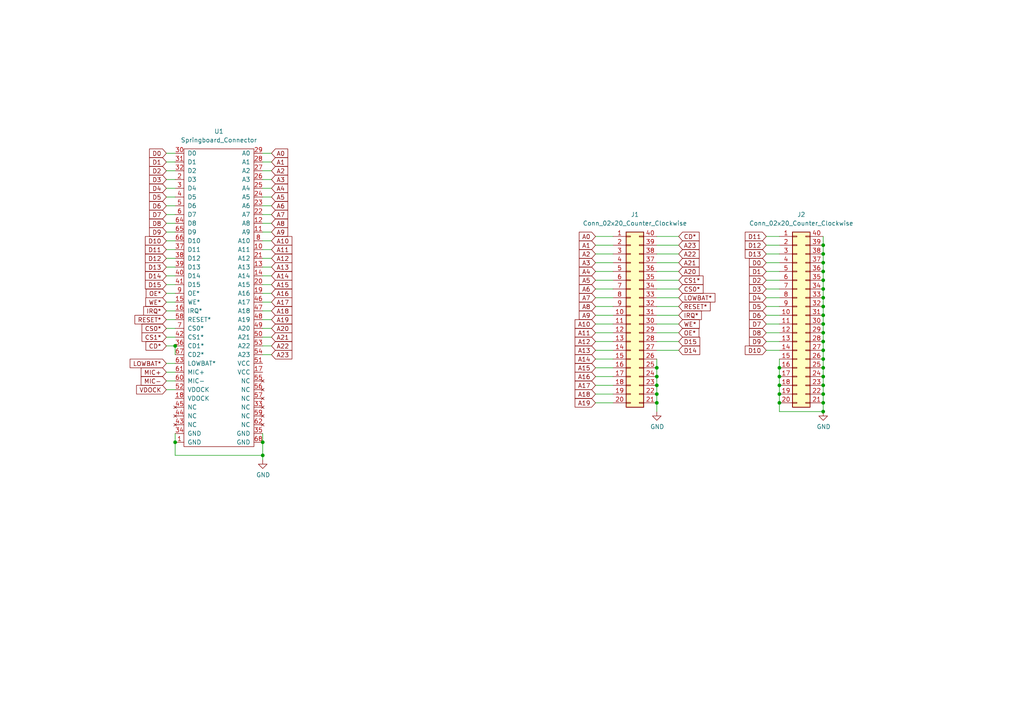
<source format=kicad_sch>
(kicad_sch (version 20211123) (generator eeschema)
  (paper "A4")
  (lib_symbols
    (symbol "Connector_Generic:Conn_02x20_Counter_Clockwise" (pin_names (offset 1.016) hide)
      (property "Reference" "J" (at 1.27 25.4 0))
      (property "Value" "Conn_02x20_Counter_Clockwise" (at 1.27 -27.94 0))
      (symbol "Conn_02x20_Counter_Clockwise_1_1"
        (rectangle (start -1.27 -25.273) (end 0 -25.527) (stroke (width 0.1524)))
        (rectangle (start -1.27 -22.733) (end 0 -22.987) (stroke (width 0.1524)))
        (rectangle (start -1.27 -20.193) (end 0 -20.447) (stroke (width 0.1524)))
        (rectangle (start -1.27 -17.653) (end 0 -17.907) (stroke (width 0.1524)))
        (rectangle (start -1.27 -15.113) (end 0 -15.367) (stroke (width 0.1524)))
        (rectangle (start -1.27 -12.573) (end 0 -12.827) (stroke (width 0.1524)))
        (rectangle (start -1.27 -10.033) (end 0 -10.287) (stroke (width 0.1524)))
        (rectangle (start -1.27 -7.493) (end 0 -7.747) (stroke (width 0.1524)))
        (rectangle (start -1.27 -4.953) (end 0 -5.207) (stroke (width 0.1524)))
        (rectangle (start -1.27 -2.413) (end 0 -2.667) (stroke (width 0.1524)))
        (rectangle (start -1.27 0.127) (end 0 -0.127) (stroke (width 0.1524)))
        (rectangle (start -1.27 2.667) (end 0 2.413) (stroke (width 0.1524)))
        (rectangle (start -1.27 5.207) (end 0 4.953) (stroke (width 0.1524)))
        (rectangle (start -1.27 7.747) (end 0 7.493) (stroke (width 0.1524)))
        (rectangle (start -1.27 10.287) (end 0 10.033) (stroke (width 0.1524)))
        (rectangle (start -1.27 12.827) (end 0 12.573) (stroke (width 0.1524)))
        (rectangle (start -1.27 15.367) (end 0 15.113) (stroke (width 0.1524)))
        (rectangle (start -1.27 17.907) (end 0 17.653) (stroke (width 0.1524)))
        (rectangle (start -1.27 20.447) (end 0 20.193) (stroke (width 0.1524)))
        (rectangle (start -1.27 22.987) (end 0 22.733) (stroke (width 0.1524)))
        (rectangle (start -1.27 24.13) (end 3.81 -26.67) (stroke (width 0.254)) (fill (type background)))
        (rectangle (start 3.81 -25.273) (end 2.54 -25.527) (stroke (width 0.1524)))
        (rectangle (start 3.81 -22.733) (end 2.54 -22.987) (stroke (width 0.1524)))
        (rectangle (start 3.81 -20.193) (end 2.54 -20.447) (stroke (width 0.1524)))
        (rectangle (start 3.81 -17.653) (end 2.54 -17.907) (stroke (width 0.1524)))
        (rectangle (start 3.81 -15.113) (end 2.54 -15.367) (stroke (width 0.1524)))
        (rectangle (start 3.81 -12.573) (end 2.54 -12.827) (stroke (width 0.1524)))
        (rectangle (start 3.81 -10.033) (end 2.54 -10.287) (stroke (width 0.1524)))
        (rectangle (start 3.81 -7.493) (end 2.54 -7.747) (stroke (width 0.1524)))
        (rectangle (start 3.81 -4.953) (end 2.54 -5.207) (stroke (width 0.1524)))
        (rectangle (start 3.81 -2.413) (end 2.54 -2.667) (stroke (width 0.1524)))
        (rectangle (start 3.81 0.127) (end 2.54 -0.127) (stroke (width 0.1524)))
        (rectangle (start 3.81 2.667) (end 2.54 2.413) (stroke (width 0.1524)))
        (rectangle (start 3.81 5.207) (end 2.54 4.953) (stroke (width 0.1524)))
        (rectangle (start 3.81 7.747) (end 2.54 7.493) (stroke (width 0.1524)))
        (rectangle (start 3.81 10.287) (end 2.54 10.033) (stroke (width 0.1524)))
        (rectangle (start 3.81 12.827) (end 2.54 12.573) (stroke (width 0.1524)))
        (rectangle (start 3.81 15.367) (end 2.54 15.113) (stroke (width 0.1524)))
        (rectangle (start 3.81 17.907) (end 2.54 17.653) (stroke (width 0.1524)))
        (rectangle (start 3.81 20.447) (end 2.54 20.193) (stroke (width 0.1524)))
        (rectangle (start 3.81 22.987) (end 2.54 22.733) (stroke (width 0.1524)))
        (pin passive line (at -5.08 22.86 0) (length 3.81) (name "Pin_1") (number "1"))
        (pin passive line (at -5.08 0 0) (length 3.81) (name "Pin_10") (number "10"))
        (pin passive line (at -5.08 -2.54 0) (length 3.81) (name "Pin_11") (number "11"))
        (pin passive line (at -5.08 -5.08 0) (length 3.81) (name "Pin_12") (number "12"))
        (pin passive line (at -5.08 -7.62 0) (length 3.81) (name "Pin_13") (number "13"))
        (pin passive line (at -5.08 -10.16 0) (length 3.81) (name "Pin_14") (number "14"))
        (pin passive line (at -5.08 -12.7 0) (length 3.81) (name "Pin_15") (number "15"))
        (pin passive line (at -5.08 -15.24 0) (length 3.81) (name "Pin_16") (number "16"))
        (pin passive line (at -5.08 -17.78 0) (length 3.81) (name "Pin_17") (number "17"))
        (pin passive line (at -5.08 -20.32 0) (length 3.81) (name "Pin_18") (number "18"))
        (pin passive line (at -5.08 -22.86 0) (length 3.81) (name "Pin_19") (number "19"))
        (pin passive line (at -5.08 20.32 0) (length 3.81) (name "Pin_2") (number "2"))
        (pin passive line (at -5.08 -25.4 0) (length 3.81) (name "Pin_20") (number "20"))
        (pin passive line (at 7.62 -25.4 180) (length 3.81) (name "Pin_21") (number "21"))
        (pin passive line (at 7.62 -22.86 180) (length 3.81) (name "Pin_22") (number "22"))
        (pin passive line (at 7.62 -20.32 180) (length 3.81) (name "Pin_23") (number "23"))
        (pin passive line (at 7.62 -17.78 180) (length 3.81) (name "Pin_24") (number "24"))
        (pin passive line (at 7.62 -15.24 180) (length 3.81) (name "Pin_25") (number "25"))
        (pin passive line (at 7.62 -12.7 180) (length 3.81) (name "Pin_26") (number "26"))
        (pin passive line (at 7.62 -10.16 180) (length 3.81) (name "Pin_27") (number "27"))
        (pin passive line (at 7.62 -7.62 180) (length 3.81) (name "Pin_28") (number "28"))
        (pin passive line (at 7.62 -5.08 180) (length 3.81) (name "Pin_29") (number "29"))
        (pin passive line (at -5.08 17.78 0) (length 3.81) (name "Pin_3") (number "3"))
        (pin passive line (at 7.62 -2.54 180) (length 3.81) (name "Pin_30") (number "30"))
        (pin passive line (at 7.62 0 180) (length 3.81) (name "Pin_31") (number "31"))
        (pin passive line (at 7.62 2.54 180) (length 3.81) (name "Pin_32") (number "32"))
        (pin passive line (at 7.62 5.08 180) (length 3.81) (name "Pin_33") (number "33"))
        (pin passive line (at 7.62 7.62 180) (length 3.81) (name "Pin_34") (number "34"))
        (pin passive line (at 7.62 10.16 180) (length 3.81) (name "Pin_35") (number "35"))
        (pin passive line (at 7.62 12.7 180) (length 3.81) (name "Pin_36") (number "36"))
        (pin passive line (at 7.62 15.24 180) (length 3.81) (name "Pin_37") (number "37"))
        (pin passive line (at 7.62 17.78 180) (length 3.81) (name "Pin_38") (number "38"))
        (pin passive line (at 7.62 20.32 180) (length 3.81) (name "Pin_39") (number "39"))
        (pin passive line (at -5.08 15.24 0) (length 3.81) (name "Pin_4") (number "4"))
        (pin passive line (at 7.62 22.86 180) (length 3.81) (name "Pin_40") (number "40"))
        (pin passive line (at -5.08 12.7 0) (length 3.81) (name "Pin_5") (number "5"))
        (pin passive line (at -5.08 10.16 0) (length 3.81) (name "Pin_6") (number "6"))
        (pin passive line (at -5.08 7.62 0) (length 3.81) (name "Pin_7") (number "7"))
        (pin passive line (at -5.08 5.08 0) (length 3.81) (name "Pin_8") (number "8"))
        (pin passive line (at -5.08 2.54 0) (length 3.81) (name "Pin_9") (number "9"))
      )
    )
    (symbol "Springboard_Dev:Springboard_Connector" (pin_names (offset 1.016))
      (property "Reference" "U" (at 0 1.27 0))
      (property "Value" "Springboard_Connector" (at 0 2.54 0))
      (symbol "Springboard_Connector_0_1"
        (rectangle (start -10.16 0) (end 10.16 -86.36))
      )
      (symbol "Springboard_Connector_1_1"
        (pin power_in line (at -12.7 -85.09 0) (length 2.54) (name "GND") (number "1"))
        (pin input line (at 12.7 -29.21 180) (length 2.54) (name "A11") (number "10"))
        (pin input line (at 12.7 -24.13 180) (length 2.54) (name "A9") (number "11"))
        (pin input line (at 12.7 -21.59 180) (length 2.54) (name "A8") (number "12"))
        (pin input line (at 12.7 -34.29 180) (length 2.54) (name "A13") (number "13"))
        (pin input line (at 12.7 -36.83 180) (length 2.54) (name "A14") (number "14"))
        (pin input line (at -12.7 -44.45 0) (length 2.54) (name "WE*") (number "15"))
        (pin output line (at -12.7 -46.99 0) (length 2.54) (name "IRQ*") (number "16"))
        (pin power_in line (at 12.7 -64.77 180) (length 2.54) (name "VCC") (number "17"))
        (pin power_in line (at -12.7 -72.39 0) (length 2.54) (name "VDOCK") (number "18"))
        (pin input line (at 12.7 -41.91 180) (length 2.54) (name "A16") (number "19"))
        (pin bidirectional line (at -12.7 -8.89 0) (length 2.54) (name "D3") (number "2"))
        (pin input line (at 12.7 -39.37 180) (length 2.54) (name "A15") (number "20"))
        (pin input line (at 12.7 -31.75 180) (length 2.54) (name "A12") (number "21"))
        (pin input line (at 12.7 -19.05 180) (length 2.54) (name "A7") (number "22"))
        (pin input line (at 12.7 -16.51 180) (length 2.54) (name "A6") (number "23"))
        (pin input line (at 12.7 -13.97 180) (length 2.54) (name "A5") (number "24"))
        (pin input line (at 12.7 -11.43 180) (length 2.54) (name "A4") (number "25"))
        (pin input line (at 12.7 -8.89 180) (length 2.54) (name "A3") (number "26"))
        (pin input line (at 12.7 -6.35 180) (length 2.54) (name "A2") (number "27"))
        (pin input line (at 12.7 -3.81 180) (length 2.54) (name "A1") (number "28"))
        (pin input line (at 12.7 -1.27 180) (length 2.54) (name "A0") (number "29"))
        (pin bidirectional line (at -12.7 -11.43 0) (length 2.54) (name "D4") (number "3"))
        (pin bidirectional line (at -12.7 -1.27 0) (length 2.54) (name "D0") (number "30"))
        (pin bidirectional line (at -12.7 -3.81 0) (length 2.54) (name "D1") (number "31"))
        (pin bidirectional line (at -12.7 -6.35 0) (length 2.54) (name "D2") (number "32"))
        (pin no_connect line (at 12.7 -74.93 180) (length 2.54) (name "NC") (number "33"))
        (pin power_in line (at -12.7 -82.55 0) (length 2.54) (name "GND") (number "34"))
        (pin power_in line (at 12.7 -82.55 180) (length 2.54) (name "GND") (number "35"))
        (pin output line (at -12.7 -57.15 0) (length 2.54) (name "CD1*") (number "36"))
        (pin bidirectional line (at -12.7 -29.21 0) (length 2.54) (name "D11") (number "37"))
        (pin bidirectional line (at -12.7 -31.75 0) (length 2.54) (name "D12") (number "38"))
        (pin bidirectional line (at -12.7 -34.29 0) (length 2.54) (name "D13") (number "39"))
        (pin bidirectional line (at -12.7 -13.97 0) (length 2.54) (name "D5") (number "4"))
        (pin bidirectional line (at -12.7 -36.83 0) (length 2.54) (name "D14") (number "40"))
        (pin bidirectional line (at -12.7 -39.37 0) (length 2.54) (name "D15") (number "41"))
        (pin input line (at -12.7 -54.61 0) (length 2.54) (name "CS1*") (number "42"))
        (pin no_connect line (at -12.7 -80.01 0) (length 2.54) (name "NC") (number "43"))
        (pin no_connect line (at -12.7 -77.47 0) (length 2.54) (name "NC") (number "44"))
        (pin no_connect line (at -12.7 -74.93 0) (length 2.54) (name "NC") (number "45"))
        (pin input line (at 12.7 -44.45 180) (length 2.54) (name "A17") (number "46"))
        (pin input line (at 12.7 -46.99 180) (length 2.54) (name "A18") (number "47"))
        (pin input line (at 12.7 -49.53 180) (length 2.54) (name "A19") (number "48"))
        (pin input line (at 12.7 -52.07 180) (length 2.54) (name "A20") (number "49"))
        (pin bidirectional line (at -12.7 -16.51 0) (length 2.54) (name "D6") (number "5"))
        (pin input line (at 12.7 -54.61 180) (length 2.54) (name "A21") (number "50"))
        (pin power_in line (at 12.7 -62.23 180) (length 2.54) (name "VCC") (number "51"))
        (pin power_in line (at -12.7 -69.85 0) (length 2.54) (name "VDOCK") (number "52"))
        (pin input line (at 12.7 -57.15 180) (length 2.54) (name "A22") (number "53"))
        (pin input line (at 12.7 -59.69 180) (length 2.54) (name "A23") (number "54"))
        (pin no_connect line (at 12.7 -67.31 180) (length 2.54) (name "NC") (number "55"))
        (pin no_connect line (at 12.7 -69.85 180) (length 2.54) (name "NC") (number "56"))
        (pin no_connect line (at 12.7 -72.39 180) (length 2.54) (name "NC") (number "57"))
        (pin input line (at -12.7 -49.53 0) (length 2.54) (name "RESET*") (number "58"))
        (pin no_connect line (at 12.7 -77.47 180) (length 2.54) (name "NC") (number "59"))
        (pin bidirectional line (at -12.7 -19.05 0) (length 2.54) (name "D7") (number "6"))
        (pin input line (at -12.7 -67.31 0) (length 2.54) (name "MIC-") (number "60"))
        (pin input line (at -12.7 -64.77 0) (length 2.54) (name "MIC+") (number "61"))
        (pin no_connect line (at 12.7 -80.01 180) (length 2.54) (name "NC") (number "62"))
        (pin input line (at -12.7 -62.23 0) (length 2.54) (name "LOWBAT*") (number "63"))
        (pin bidirectional line (at -12.7 -21.59 0) (length 2.54) (name "D8") (number "64"))
        (pin bidirectional line (at -12.7 -24.13 0) (length 2.54) (name "D9") (number "65"))
        (pin bidirectional line (at -12.7 -26.67 0) (length 2.54) (name "D10") (number "66"))
        (pin output line (at -12.7 -59.69 0) (length 2.54) (name "CD2*") (number "67"))
        (pin power_in line (at 12.7 -85.09 180) (length 2.54) (name "GND") (number "68"))
        (pin input line (at -12.7 -52.07 0) (length 2.54) (name "CS0*") (number "7"))
        (pin input line (at 12.7 -26.67 180) (length 2.54) (name "A10") (number "8"))
        (pin input line (at -12.7 -41.91 0) (length 2.54) (name "OE*") (number "9"))
      )
    )
    (symbol "power:GND" (power) (pin_names (offset 0))
      (property "Value" "GND" (at 0 -3.81 0))
      (symbol "GND_0_1"
        (polyline (pts (xy 0 0) (xy 0 -1.27) (xy 1.27 -1.27) (xy 0 -2.54) (xy -1.27 -1.27) (xy 0 -1.27)))
      )
      (symbol "GND_1_1"
        (pin power_in line (at 0 0 270) (length 0) hide (name "GND") (number "1"))
      )
    )
  )
  (junction (at 190.5 106.68))
  (junction (at 238.76 83.82))
  (junction (at 238.76 111.76))
  (junction (at 226.06 116.84))
  (junction (at 238.76 78.74))
  (junction (at 190.5 111.76))
  (junction (at 50.8 128.27))
  (junction (at 238.76 106.68))
  (junction (at 226.06 106.68))
  (junction (at 238.76 101.6))
  (junction (at 238.76 114.3))
  (junction (at 50.8 100.33))
  (junction (at 190.5 116.84))
  (junction (at 238.76 109.22))
  (junction (at 238.76 93.98))
  (junction (at 226.06 109.22))
  (junction (at 238.76 88.9))
  (junction (at 238.76 86.36))
  (junction (at 238.76 76.2))
  (junction (at 238.76 71.12))
  (junction (at 226.06 111.76))
  (junction (at 238.76 96.52))
  (junction (at 238.76 91.44))
  (junction (at 238.76 104.14))
  (junction (at 76.2 132.08))
  (junction (at 238.76 119.38))
  (junction (at 226.06 114.3))
  (junction (at 76.2 128.27))
  (junction (at 190.5 109.22))
  (junction (at 238.76 73.66))
  (junction (at 238.76 99.06))
  (junction (at 238.76 81.28))
  (junction (at 190.5 114.3))
  (junction (at 238.76 116.84))
  (wire (pts (xy 48.26 62.23) (xy 50.8 62.23)))
  (wire (pts (xy 76.2 132.08) (xy 50.8 132.08)))
  (wire (pts (xy 48.26 90.17) (xy 50.8 90.17)))
  (wire (pts (xy 222.25 83.82) (xy 226.06 83.82)))
  (wire (pts (xy 238.76 68.58) (xy 238.76 71.12)))
  (wire (pts (xy 172.72 111.76) (xy 177.8 111.76)))
  (wire (pts (xy 76.2 44.45) (xy 78.74 44.45)))
  (wire (pts (xy 222.25 99.06) (xy 226.06 99.06)))
  (wire (pts (xy 190.5 99.06) (xy 196.85 99.06)))
  (wire (pts (xy 222.25 78.74) (xy 226.06 78.74)))
  (wire (pts (xy 226.06 111.76) (xy 226.06 114.3)))
  (wire (pts (xy 226.06 109.22) (xy 226.06 111.76)))
  (wire (pts (xy 190.5 73.66) (xy 196.85 73.66)))
  (wire (pts (xy 172.72 109.22) (xy 177.8 109.22)))
  (wire (pts (xy 172.72 68.58) (xy 177.8 68.58)))
  (wire (pts (xy 48.26 105.41) (xy 50.8 105.41)))
  (wire (pts (xy 48.26 82.55) (xy 50.8 82.55)))
  (wire (pts (xy 48.26 92.71) (xy 50.8 92.71)))
  (wire (pts (xy 172.72 101.6) (xy 177.8 101.6)))
  (wire (pts (xy 238.76 83.82) (xy 238.76 86.36)))
  (wire (pts (xy 48.26 64.77) (xy 50.8 64.77)))
  (wire (pts (xy 238.76 71.12) (xy 238.76 73.66)))
  (wire (pts (xy 238.76 93.98) (xy 238.76 96.52)))
  (wire (pts (xy 76.2 72.39) (xy 78.74 72.39)))
  (wire (pts (xy 222.25 101.6) (xy 226.06 101.6)))
  (wire (pts (xy 76.2 97.79) (xy 78.74 97.79)))
  (wire (pts (xy 238.76 78.74) (xy 238.76 81.28)))
  (wire (pts (xy 238.76 109.22) (xy 238.76 111.76)))
  (wire (pts (xy 222.25 68.58) (xy 226.06 68.58)))
  (wire (pts (xy 76.2 67.31) (xy 78.74 67.31)))
  (wire (pts (xy 76.2 54.61) (xy 78.74 54.61)))
  (wire (pts (xy 238.76 111.76) (xy 238.76 114.3)))
  (wire (pts (xy 172.72 81.28) (xy 177.8 81.28)))
  (wire (pts (xy 190.5 88.9) (xy 196.85 88.9)))
  (wire (pts (xy 48.26 87.63) (xy 50.8 87.63)))
  (wire (pts (xy 190.5 111.76) (xy 190.5 114.3)))
  (wire (pts (xy 48.26 85.09) (xy 50.8 85.09)))
  (wire (pts (xy 48.26 57.15) (xy 50.8 57.15)))
  (wire (pts (xy 172.72 88.9) (xy 177.8 88.9)))
  (wire (pts (xy 48.26 44.45) (xy 50.8 44.45)))
  (wire (pts (xy 172.72 86.36) (xy 177.8 86.36)))
  (wire (pts (xy 76.2 77.47) (xy 78.74 77.47)))
  (wire (pts (xy 76.2 102.87) (xy 78.74 102.87)))
  (wire (pts (xy 172.72 114.3) (xy 177.8 114.3)))
  (wire (pts (xy 226.06 114.3) (xy 226.06 116.84)))
  (wire (pts (xy 76.2 82.55) (xy 78.74 82.55)))
  (wire (pts (xy 48.26 49.53) (xy 50.8 49.53)))
  (wire (pts (xy 190.5 104.14) (xy 190.5 106.68)))
  (wire (pts (xy 222.25 91.44) (xy 226.06 91.44)))
  (wire (pts (xy 238.76 104.14) (xy 238.76 106.68)))
  (wire (pts (xy 238.76 114.3) (xy 238.76 116.84)))
  (wire (pts (xy 190.5 114.3) (xy 190.5 116.84)))
  (wire (pts (xy 222.25 73.66) (xy 226.06 73.66)))
  (wire (pts (xy 222.25 76.2) (xy 226.06 76.2)))
  (wire (pts (xy 50.8 125.73) (xy 50.8 128.27)))
  (wire (pts (xy 226.06 116.84) (xy 226.06 119.38)))
  (wire (pts (xy 172.72 71.12) (xy 177.8 71.12)))
  (wire (pts (xy 76.2 87.63) (xy 78.74 87.63)))
  (wire (pts (xy 76.2 92.71) (xy 78.74 92.71)))
  (wire (pts (xy 172.72 93.98) (xy 177.8 93.98)))
  (wire (pts (xy 48.26 59.69) (xy 50.8 59.69)))
  (wire (pts (xy 50.8 100.33) (xy 50.8 102.87)))
  (wire (pts (xy 172.72 99.06) (xy 177.8 99.06)))
  (wire (pts (xy 48.26 69.85) (xy 50.8 69.85)))
  (wire (pts (xy 190.5 71.12) (xy 196.85 71.12)))
  (wire (pts (xy 76.2 64.77) (xy 78.74 64.77)))
  (wire (pts (xy 172.72 73.66) (xy 177.8 73.66)))
  (wire (pts (xy 48.26 74.93) (xy 50.8 74.93)))
  (wire (pts (xy 76.2 57.15) (xy 78.74 57.15)))
  (wire (pts (xy 190.5 81.28) (xy 196.85 81.28)))
  (wire (pts (xy 76.2 46.99) (xy 78.74 46.99)))
  (wire (pts (xy 226.06 104.14) (xy 226.06 106.68)))
  (wire (pts (xy 238.76 96.52) (xy 238.76 99.06)))
  (wire (pts (xy 190.5 109.22) (xy 190.5 111.76)))
  (wire (pts (xy 190.5 86.36) (xy 196.85 86.36)))
  (wire (pts (xy 190.5 106.68) (xy 190.5 109.22)))
  (wire (pts (xy 48.26 97.79) (xy 50.8 97.79)))
  (wire (pts (xy 226.06 106.68) (xy 226.06 109.22)))
  (wire (pts (xy 190.5 78.74) (xy 196.85 78.74)))
  (wire (pts (xy 76.2 132.08) (xy 76.2 133.35)))
  (wire (pts (xy 76.2 49.53) (xy 78.74 49.53)))
  (wire (pts (xy 76.2 90.17) (xy 78.74 90.17)))
  (wire (pts (xy 238.76 101.6) (xy 238.76 104.14)))
  (wire (pts (xy 190.5 96.52) (xy 196.85 96.52)))
  (wire (pts (xy 48.26 110.49) (xy 50.8 110.49)))
  (wire (pts (xy 238.76 99.06) (xy 238.76 101.6)))
  (wire (pts (xy 238.76 88.9) (xy 238.76 91.44)))
  (wire (pts (xy 76.2 52.07) (xy 78.74 52.07)))
  (wire (pts (xy 238.76 81.28) (xy 238.76 83.82)))
  (wire (pts (xy 76.2 95.25) (xy 78.74 95.25)))
  (wire (pts (xy 76.2 100.33) (xy 78.74 100.33)))
  (wire (pts (xy 222.25 93.98) (xy 226.06 93.98)))
  (wire (pts (xy 238.76 91.44) (xy 238.76 93.98)))
  (wire (pts (xy 238.76 73.66) (xy 238.76 76.2)))
  (wire (pts (xy 172.72 91.44) (xy 177.8 91.44)))
  (wire (pts (xy 222.25 71.12) (xy 226.06 71.12)))
  (wire (pts (xy 172.72 83.82) (xy 177.8 83.82)))
  (wire (pts (xy 222.25 88.9) (xy 226.06 88.9)))
  (wire (pts (xy 48.26 100.33) (xy 50.8 100.33)))
  (wire (pts (xy 76.2 128.27) (xy 76.2 132.08)))
  (wire (pts (xy 48.26 113.03) (xy 50.8 113.03)))
  (wire (pts (xy 48.26 107.95) (xy 50.8 107.95)))
  (wire (pts (xy 76.2 62.23) (xy 78.74 62.23)))
  (wire (pts (xy 238.76 86.36) (xy 238.76 88.9)))
  (wire (pts (xy 76.2 69.85) (xy 78.74 69.85)))
  (wire (pts (xy 190.5 68.58) (xy 196.85 68.58)))
  (wire (pts (xy 190.5 93.98) (xy 196.85 93.98)))
  (wire (pts (xy 190.5 76.2) (xy 196.85 76.2)))
  (wire (pts (xy 76.2 74.93) (xy 78.74 74.93)))
  (wire (pts (xy 222.25 81.28) (xy 226.06 81.28)))
  (wire (pts (xy 190.5 101.6) (xy 196.85 101.6)))
  (wire (pts (xy 48.26 54.61) (xy 50.8 54.61)))
  (wire (pts (xy 226.06 119.38) (xy 238.76 119.38)))
  (wire (pts (xy 50.8 132.08) (xy 50.8 128.27)))
  (wire (pts (xy 238.76 116.84) (xy 238.76 119.38)))
  (wire (pts (xy 190.5 83.82) (xy 196.85 83.82)))
  (wire (pts (xy 48.26 77.47) (xy 50.8 77.47)))
  (wire (pts (xy 238.76 106.68) (xy 238.76 109.22)))
  (wire (pts (xy 172.72 78.74) (xy 177.8 78.74)))
  (wire (pts (xy 190.5 116.84) (xy 190.5 119.38)))
  (wire (pts (xy 48.26 67.31) (xy 50.8 67.31)))
  (wire (pts (xy 172.72 96.52) (xy 177.8 96.52)))
  (wire (pts (xy 76.2 59.69) (xy 78.74 59.69)))
  (wire (pts (xy 222.25 96.52) (xy 226.06 96.52)))
  (wire (pts (xy 172.72 104.14) (xy 177.8 104.14)))
  (wire (pts (xy 48.26 52.07) (xy 50.8 52.07)))
  (wire (pts (xy 190.5 91.44) (xy 196.85 91.44)))
  (wire (pts (xy 48.26 80.01) (xy 50.8 80.01)))
  (wire (pts (xy 222.25 86.36) (xy 226.06 86.36)))
  (wire (pts (xy 172.72 76.2) (xy 177.8 76.2)))
  (wire (pts (xy 76.2 85.09) (xy 78.74 85.09)))
  (wire (pts (xy 172.72 116.84) (xy 177.8 116.84)))
  (wire (pts (xy 76.2 80.01) (xy 78.74 80.01)))
  (wire (pts (xy 76.2 125.73) (xy 76.2 128.27)))
  (wire (pts (xy 172.72 106.68) (xy 177.8 106.68)))
  (wire (pts (xy 238.76 76.2) (xy 238.76 78.74)))
  (wire (pts (xy 48.26 95.25) (xy 50.8 95.25)))
  (wire (pts (xy 48.26 46.99) (xy 50.8 46.99)))
  (wire (pts (xy 48.26 72.39) (xy 50.8 72.39)))
  (global_label "A3" (shape input) (at 78.74 52.07 0) (property "Intersheet References" "${INTERSHEET_REFS}" (effects hide)))
  (global_label "MIC+" (shape input) (at 48.26 107.95 180) (property "Intersheet References" "${INTERSHEET_REFS}" (effects hide)))
  (global_label "A20" (shape input) (at 196.85 78.74 0) (property "Intersheet References" "${INTERSHEET_REFS}" (effects hide)))
  (global_label "VDOCK" (shape input) (at 48.26 113.03 180) (property "Intersheet References" "${INTERSHEET_REFS}" (effects hide)))
  (global_label "A8" (shape input) (at 78.74 64.77 0) (property "Intersheet References" "${INTERSHEET_REFS}" (effects hide)))
  (global_label "A22" (shape input) (at 196.85 73.66 0) (property "Intersheet References" "${INTERSHEET_REFS}" (effects hide)))
  (global_label "A3" (shape input) (at 172.72 76.2 180) (property "Intersheet References" "${INTERSHEET_REFS}" (effects hide)))
  (global_label "A5" (shape input) (at 78.74 57.15 0) (property "Intersheet References" "${INTERSHEET_REFS}" (effects hide)))
  (global_label "D1" (shape input) (at 48.26 46.99 180) (property "Intersheet References" "${INTERSHEET_REFS}" (effects hide)))
  (global_label "D12" (shape input) (at 48.26 74.93 180) (property "Intersheet References" "${INTERSHEET_REFS}" (effects hide)))
  (global_label "A5" (shape input) (at 172.72 81.28 180) (property "Intersheet References" "${INTERSHEET_REFS}" (effects hide)))
  (global_label "OE*" (shape input) (at 48.26 85.09 180) (property "Intersheet References" "${INTERSHEET_REFS}" (effects hide)))
  (global_label "D10" (shape input) (at 48.26 69.85 180) (property "Intersheet References" "${INTERSHEET_REFS}" (effects hide)))
  (global_label "D12" (shape input) (at 222.25 71.12 180) (property "Intersheet References" "${INTERSHEET_REFS}" (effects hide)))
  (global_label "A14" (shape input) (at 78.74 80.01 0) (property "Intersheet References" "${INTERSHEET_REFS}" (effects hide)))
  (global_label "D14" (shape input) (at 48.26 80.01 180) (property "Intersheet References" "${INTERSHEET_REFS}" (effects hide)))
  (global_label "A22" (shape input) (at 78.74 100.33 0) (property "Intersheet References" "${INTERSHEET_REFS}" (effects hide)))
  (global_label "D3" (shape input) (at 48.26 52.07 180) (property "Intersheet References" "${INTERSHEET_REFS}" (effects hide)))
  (global_label "CD*" (shape input) (at 48.26 100.33 180) (property "Intersheet References" "${INTERSHEET_REFS}" (effects hide)))
  (global_label "D15" (shape input) (at 196.85 99.06 0) (property "Intersheet References" "${INTERSHEET_REFS}" (effects hide)))
  (global_label "OE*" (shape input) (at 196.85 96.52 0) (property "Intersheet References" "${INTERSHEET_REFS}" (effects hide)))
  (global_label "D8" (shape input) (at 222.25 96.52 180) (property "Intersheet References" "${INTERSHEET_REFS}" (effects hide)))
  (global_label "D3" (shape input) (at 222.25 83.82 180) (property "Intersheet References" "${INTERSHEET_REFS}" (effects hide)))
  (global_label "A16" (shape input) (at 172.72 109.22 180) (property "Intersheet References" "${INTERSHEET_REFS}" (effects hide)))
  (global_label "D15" (shape input) (at 48.26 82.55 180) (property "Intersheet References" "${INTERSHEET_REFS}" (effects hide)))
  (global_label "CD*" (shape input) (at 196.85 68.58 0) (property "Intersheet References" "${INTERSHEET_REFS}" (effects hide)))
  (global_label "A20" (shape input) (at 78.74 95.25 0) (property "Intersheet References" "${INTERSHEET_REFS}" (effects hide)))
  (global_label "A0" (shape input) (at 78.74 44.45 0) (property "Intersheet References" "${INTERSHEET_REFS}" (effects hide)))
  (global_label "IRQ*" (shape input) (at 196.85 91.44 0) (property "Intersheet References" "${INTERSHEET_REFS}" (effects hide)))
  (global_label "D9" (shape input) (at 222.25 99.06 180) (property "Intersheet References" "${INTERSHEET_REFS}" (effects hide)))
  (global_label "D1" (shape input) (at 222.25 78.74 180) (property "Intersheet References" "${INTERSHEET_REFS}" (effects hide)))
  (global_label "D6" (shape input) (at 48.26 59.69 180) (property "Intersheet References" "${INTERSHEET_REFS}" (effects hide)))
  (global_label "A17" (shape input) (at 78.74 87.63 0) (property "Intersheet References" "${INTERSHEET_REFS}" (effects hide)))
  (global_label "A12" (shape input) (at 172.72 99.06 180) (property "Intersheet References" "${INTERSHEET_REFS}" (effects hide)))
  (global_label "D11" (shape input) (at 222.25 68.58 180) (property "Intersheet References" "${INTERSHEET_REFS}" (effects hide)))
  (global_label "A7" (shape input) (at 78.74 62.23 0) (property "Intersheet References" "${INTERSHEET_REFS}" (effects hide)))
  (global_label "A9" (shape input) (at 78.74 67.31 0) (property "Intersheet References" "${INTERSHEET_REFS}" (effects hide)))
  (global_label "A23" (shape input) (at 196.85 71.12 0) (property "Intersheet References" "${INTERSHEET_REFS}" (effects hide)))
  (global_label "D5" (shape input) (at 222.25 88.9 180) (property "Intersheet References" "${INTERSHEET_REFS}" (effects hide)))
  (global_label "LOWBAT*" (shape input) (at 196.85 86.36 0) (property "Intersheet References" "${INTERSHEET_REFS}" (effects hide)))
  (global_label "A1" (shape input) (at 78.74 46.99 0) (property "Intersheet References" "${INTERSHEET_REFS}" (effects hide)))
  (global_label "A2" (shape input) (at 78.74 49.53 0) (property "Intersheet References" "${INTERSHEET_REFS}" (effects hide)))
  (global_label "IRQ*" (shape input) (at 48.26 90.17 180) (property "Intersheet References" "${INTERSHEET_REFS}" (effects hide)))
  (global_label "LOWBAT*" (shape input) (at 48.26 105.41 180) (property "Intersheet References" "${INTERSHEET_REFS}" (effects hide)))
  (global_label "A21" (shape input) (at 78.74 97.79 0) (property "Intersheet References" "${INTERSHEET_REFS}" (effects hide)))
  (global_label "A16" (shape input) (at 78.74 85.09 0) (property "Intersheet References" "${INTERSHEET_REFS}" (effects hide)))
  (global_label "A8" (shape input) (at 172.72 88.9 180) (property "Intersheet References" "${INTERSHEET_REFS}" (effects hide)))
  (global_label "A4" (shape input) (at 78.74 54.61 0) (property "Intersheet References" "${INTERSHEET_REFS}" (effects hide)))
  (global_label "D2" (shape input) (at 48.26 49.53 180) (property "Intersheet References" "${INTERSHEET_REFS}" (effects hide)))
  (global_label "D0" (shape input) (at 48.26 44.45 180) (property "Intersheet References" "${INTERSHEET_REFS}" (effects hide)))
  (global_label "A19" (shape input) (at 172.72 116.84 180) (property "Intersheet References" "${INTERSHEET_REFS}" (effects hide)))
  (global_label "A21" (shape input) (at 196.85 76.2 0) (property "Intersheet References" "${INTERSHEET_REFS}" (effects hide)))
  (global_label "CS0*" (shape input) (at 196.85 83.82 0) (property "Intersheet References" "${INTERSHEET_REFS}" (effects hide)))
  (global_label "CS1*" (shape input) (at 48.26 97.79 180) (property "Intersheet References" "${INTERSHEET_REFS}" (effects hide)))
  (global_label "D5" (shape input) (at 48.26 57.15 180) (property "Intersheet References" "${INTERSHEET_REFS}" (effects hide)))
  (global_label "RESET*" (shape input) (at 196.85 88.9 0) (property "Intersheet References" "${INTERSHEET_REFS}" (effects hide)))
  (global_label "D6" (shape input) (at 222.25 91.44 180) (property "Intersheet References" "${INTERSHEET_REFS}" (effects hide)))
  (global_label "D10" (shape input) (at 222.25 101.6 180) (property "Intersheet References" "${INTERSHEET_REFS}" (effects hide)))
  (global_label "D0" (shape input) (at 222.25 76.2 180) (property "Intersheet References" "${INTERSHEET_REFS}" (effects hide)))
  (global_label "MIC-" (shape input) (at 48.26 110.49 180) (property "Intersheet References" "${INTERSHEET_REFS}" (effects hide)))
  (global_label "D13" (shape input) (at 48.26 77.47 180) (property "Intersheet References" "${INTERSHEET_REFS}" (effects hide)))
  (global_label "WE*" (shape input) (at 48.26 87.63 180) (property "Intersheet References" "${INTERSHEET_REFS}" (effects hide)))
  (global_label "D11" (shape input) (at 48.26 72.39 180) (property "Intersheet References" "${INTERSHEET_REFS}" (effects hide)))
  (global_label "A15" (shape input) (at 172.72 106.68 180) (property "Intersheet References" "${INTERSHEET_REFS}" (effects hide)))
  (global_label "D9" (shape input) (at 48.26 67.31 180) (property "Intersheet References" "${INTERSHEET_REFS}" (effects hide)))
  (global_label "A18" (shape input) (at 172.72 114.3 180) (property "Intersheet References" "${INTERSHEET_REFS}" (effects hide)))
  (global_label "A13" (shape input) (at 78.74 77.47 0) (property "Intersheet References" "${INTERSHEET_REFS}" (effects hide)))
  (global_label "A2" (shape input) (at 172.72 73.66 180) (property "Intersheet References" "${INTERSHEET_REFS}" (effects hide)))
  (global_label "A11" (shape input) (at 78.74 72.39 0) (property "Intersheet References" "${INTERSHEET_REFS}" (effects hide)))
  (global_label "D4" (shape input) (at 48.26 54.61 180) (property "Intersheet References" "${INTERSHEET_REFS}" (effects hide)))
  (global_label "A14" (shape input) (at 172.72 104.14 180) (property "Intersheet References" "${INTERSHEET_REFS}" (effects hide)))
  (global_label "A10" (shape input) (at 78.74 69.85 0) (property "Intersheet References" "${INTERSHEET_REFS}" (effects hide)))
  (global_label "A15" (shape input) (at 78.74 82.55 0) (property "Intersheet References" "${INTERSHEET_REFS}" (effects hide)))
  (global_label "D4" (shape input) (at 222.25 86.36 180) (property "Intersheet References" "${INTERSHEET_REFS}" (effects hide)))
  (global_label "RESET*" (shape input) (at 48.26 92.71 180) (property "Intersheet References" "${INTERSHEET_REFS}" (effects hide)))
  (global_label "D7" (shape input) (at 222.25 93.98 180) (property "Intersheet References" "${INTERSHEET_REFS}" (effects hide)))
  (global_label "A11" (shape input) (at 172.72 96.52 180) (property "Intersheet References" "${INTERSHEET_REFS}" (effects hide)))
  (global_label "A7" (shape input) (at 172.72 86.36 180) (property "Intersheet References" "${INTERSHEET_REFS}" (effects hide)))
  (global_label "CS0*" (shape input) (at 48.26 95.25 180) (property "Intersheet References" "${INTERSHEET_REFS}" (effects hide)))
  (global_label "D13" (shape input) (at 222.25 73.66 180) (property "Intersheet References" "${INTERSHEET_REFS}" (effects hide)))
  (global_label "WE*" (shape input) (at 196.85 93.98 0) (property "Intersheet References" "${INTERSHEET_REFS}" (effects hide)))
  (global_label "A19" (shape input) (at 78.74 92.71 0) (property "Intersheet References" "${INTERSHEET_REFS}" (effects hide)))
  (global_label "A17" (shape input) (at 172.72 111.76 180) (property "Intersheet References" "${INTERSHEET_REFS}" (effects hide)))
  (global_label "A12" (shape input) (at 78.74 74.93 0) (property "Intersheet References" "${INTERSHEET_REFS}" (effects hide)))
  (global_label "A10" (shape input) (at 172.72 93.98 180) (property "Intersheet References" "${INTERSHEET_REFS}" (effects hide)))
  (global_label "A23" (shape input) (at 78.74 102.87 0) (property "Intersheet References" "${INTERSHEET_REFS}" (effects hide)))
  (global_label "A6" (shape input) (at 78.74 59.69 0) (property "Intersheet References" "${INTERSHEET_REFS}" (effects hide)))
  (global_label "D7" (shape input) (at 48.26 62.23 180) (property "Intersheet References" "${INTERSHEET_REFS}" (effects hide)))
  (global_label "D8" (shape input) (at 48.26 64.77 180) (property "Intersheet References" "${INTERSHEET_REFS}" (effects hide)))
  (global_label "CS1*" (shape input) (at 196.85 81.28 0) (property "Intersheet References" "${INTERSHEET_REFS}" (effects hide)))
  (global_label "A1" (shape input) (at 172.72 71.12 180) (property "Intersheet References" "${INTERSHEET_REFS}" (effects hide)))
  (global_label "A4" (shape input) (at 172.72 78.74 180) (property "Intersheet References" "${INTERSHEET_REFS}" (effects hide)))
  (global_label "D14" (shape input) (at 196.85 101.6 0) (property "Intersheet References" "${INTERSHEET_REFS}" (effects hide)))
  (global_label "A0" (shape input) (at 172.72 68.58 180) (property "Intersheet References" "${INTERSHEET_REFS}" (effects hide)))
  (global_label "A18" (shape input) (at 78.74 90.17 0) (property "Intersheet References" "${INTERSHEET_REFS}" (effects hide)))
  (global_label "A9" (shape input) (at 172.72 91.44 180) (property "Intersheet References" "${INTERSHEET_REFS}" (effects hide)))
  (global_label "A6" (shape input) (at 172.72 83.82 180) (property "Intersheet References" "${INTERSHEET_REFS}" (effects hide)))
  (global_label "A13" (shape input) (at 172.72 101.6 180) (property "Intersheet References" "${INTERSHEET_REFS}" (effects hide)))
  (global_label "D2" (shape input) (at 222.25 81.28 180) (property "Intersheet References" "${INTERSHEET_REFS}" (effects hide)))
  (symbol (lib_id "power:GND") (at 238.76 119.38 0) (unit 1)
    (property "Reference" "#PWR0101" (effects hide))
    (property "Value" "GND" (at 238.887 123.7742 0))
  )
  (symbol (lib_id "Springboard_Dev:Springboard_Connector") (at 63.5 43.18 0) (unit 1)
    (property "Reference" "U1" (at 63.5 38.1 0))
    (property "Value" "Springboard_Connector" (at 63.5 40.64 0))
    (property "Footprint" "springboard_breakout:Springboard Connector" (effects hide))
  )
  (symbol (lib_id "Connector_Generic:Conn_02x20_Counter_Clockwise") (at 231.14 91.44 0) (unit 1)
    (property "Reference" "J2" (at 232.41 62.23 0))
    (property "Value" "Conn_02x20_Counter_Clockwise" (at 232.41 64.77 0))
    (property "Footprint" "Connector_PinHeader_2.00mm:PinHeader_2x20_P2.00mm_Vertical" (effects hide))
  )
  (symbol (lib_id "power:GND") (at 190.5 119.38 0) (unit 1)
    (property "Reference" "#PWR0102" (effects hide))
    (property "Value" "GND" (at 190.627 123.7742 0))
  )
  (symbol (lib_id "power:GND") (at 76.2 133.35 0) (unit 1)
    (property "Reference" "#PWR0103" (effects hide))
    (property "Value" "GND" (at 76.327 137.7442 0))
  )
  (symbol (lib_id "Connector_Generic:Conn_02x20_Counter_Clockwise") (at 182.88 91.44 0) (unit 1)
    (property "Reference" "J1" (at 184.15 62.23 0))
    (property "Value" "Conn_02x20_Counter_Clockwise" (at 184.15 64.77 0))
    (property "Footprint" "Connector_PinHeader_2.00mm:PinHeader_2x20_P2.00mm_Vertical" (effects hide))
  )
)
</source>
